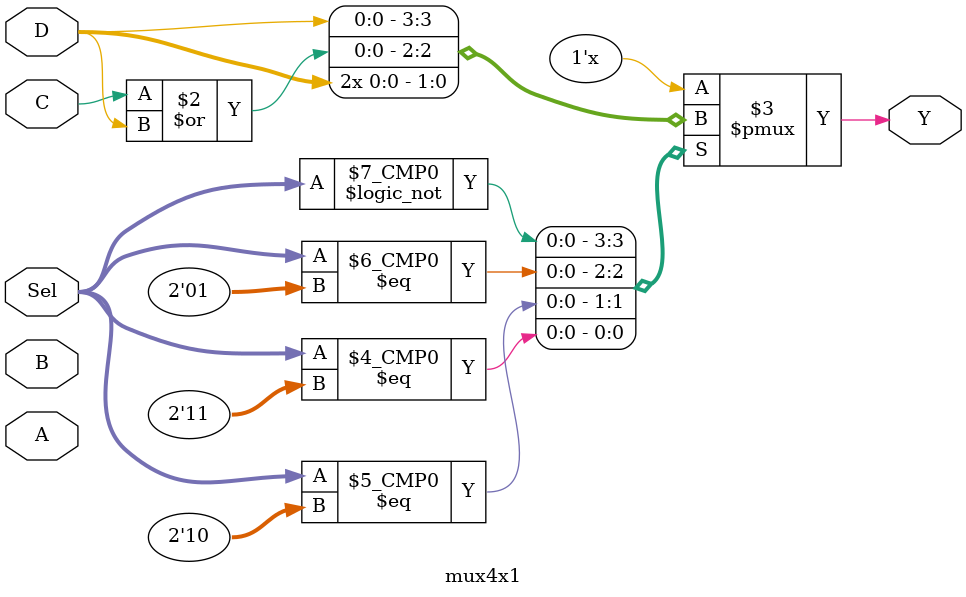
<source format=v>
module mux4x1(
    input A, B, C, D,  
    input [1:0] Sel,
    output reg  Y 
);

    always @(*) begin 
            case (Sel) 
                2'b00: Y = D; 
                2'b01: Y = C | D;
                2'b10: Y = D;
                2'b11: Y = D;
            endcase
    end

endmodule

</source>
